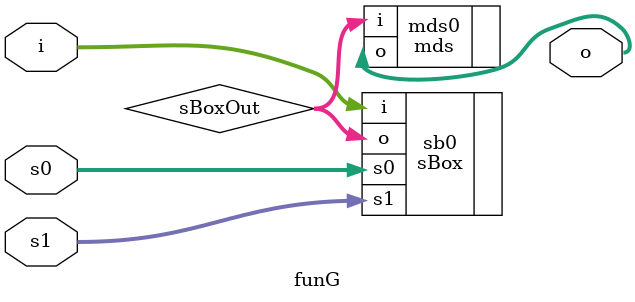
<source format=sv>
module funG
(
    input logic [31:0] i, s0, s1,
    output logic [31:0] o
);

    logic [31:0] sBoxOut;

    sBox sb0 (.i(i), .s0(s0), .s1(s1), .o(sBoxOut));
    mds mds0 (.i(sBoxOut), .o(o));

endmodule
</source>
